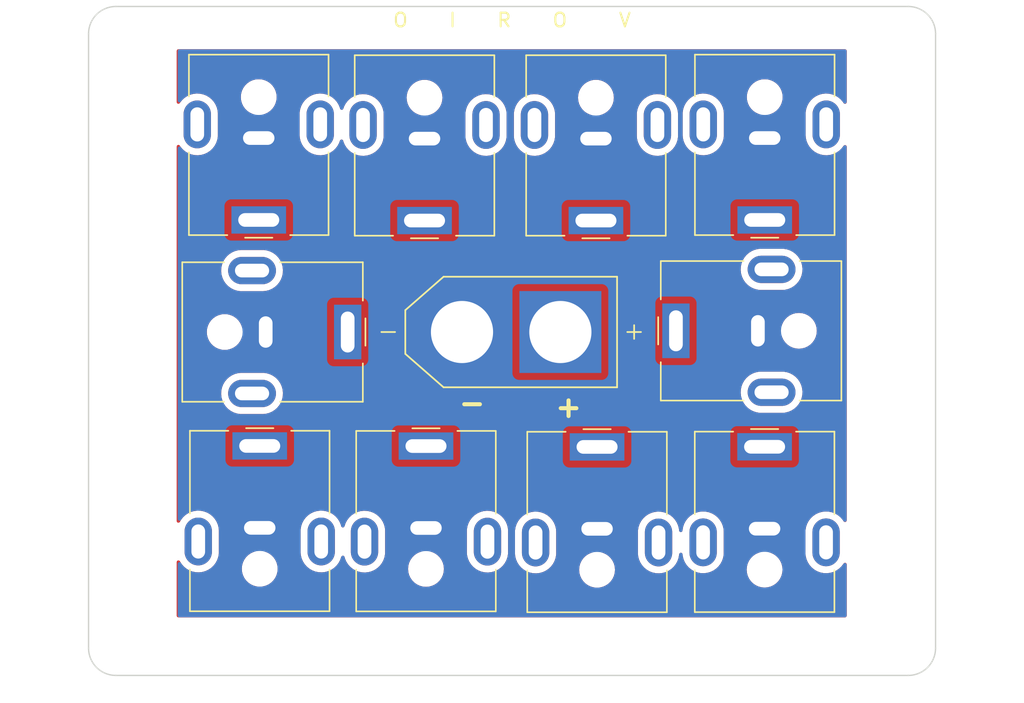
<source format=kicad_pcb>
(kicad_pcb (version 20211014) (generator pcbnew)
  (layers (0 "F.Cu" signal) (31 "B.Cu" signal) (34 "B.Paste" user) (35 "F.Paste" user) (36 "B.SilkS" user "B.Silkscreen") (37 "F.SilkS" user "F.Silkscreen") (38 "B.Mask" user) (39 "F.Mask" user) (44 "Edge.Cuts" user))
  (net 0 "")
  (net 1 "/-")
  (net 2 "/+")
  (footprint "Connector_BarrelJack:BarrelJack_CUI_PJ-063AH_Horizontal" (layer "F.Cu") (at 133.4572 75.637 180)
    (fp_text reference "J9" hide)
    (fp_text value "Barrel_Jack")
    (fp_line (start -5.11 4.95) (end -5.11 -1.11) (layer "F.SilkS") (width 0.12))
    (fp_line (start 5.11 12.11) (end -5.11 12.11) (layer "F.SilkS") (width 0.12))
    (fp_line (start -1 -1.3) (end 1 -1.3) (layer "F.SilkS") (width 0.12))
    (fp_line (start 5.11 9.05) (end 5.11 12.11) (layer "F.SilkS") (width 0.12))
    (fp_line (start -5.11 -1.11) (end -2.3 -1.11) (layer "F.SilkS") (width 0.12))
    (fp_line (start -5.11 12.11) (end -5.11 9.05) (layer "F.SilkS") (width 0.12))
    (fp_line (start 2.3 -1.11) (end 5.11 -1.11) (layer "F.SilkS") (width 0.12))
    (fp_line (start 5.11 -1.11) (end 5.11 4.95) (layer "F.SilkS") (width 0.12))
    (pad "" np_thru_hole circle (at 0 9 180) (size 1.6 1.6) (drill 1.6) (layers *.Cu *.Mask))
    (pad "1" thru_hole rect (at 0 0 180) (size 4 2) (drill oval 3 1) (layers *.Cu *.Mask) (net 2 "/+"))
    (pad "2" thru_hole oval (at 0 6 180) (size 3.3 2) (drill oval 2.3 1) (layers *.Cu *.Mask) (net 1 "/-"))
    (pad "MP" thru_hole oval (at 4.5 7 180) (size 2 3.5) (drill oval 1 2.5) (layers *.Cu *.Mask))
    (pad "MP" thru_hole oval (at -4.5 7 180) (size 2 3.5) (drill oval 1 2.5) (layers *.Cu *.Mask))
  )
  (footprint "Connector_BarrelJack:BarrelJack_CUI_PJ-063AH_Horizontal" (layer "F.Cu") (at 170.4958 75.637 180)
    (fp_text reference "J5" hide)
    (fp_text value "Barrel_Jack")
    (fp_line (start -5.11 4.95) (end -5.11 -1.11) (layer "F.SilkS") (width 0.12))
    (fp_line (start 5.11 12.11) (end -5.11 12.11) (layer "F.SilkS") (width 0.12))
    (fp_line (start -1 -1.3) (end 1 -1.3) (layer "F.SilkS") (width 0.12))
    (fp_line (start 2.3 -1.11) (end 5.11 -1.11) (layer "F.SilkS") (width 0.12))
    (fp_line (start 5.11 9.05) (end 5.11 12.11) (layer "F.SilkS") (width 0.12))
    (fp_line (start -5.11 12.11) (end -5.11 9.05) (layer "F.SilkS") (width 0.12))
    (fp_line (start -5.11 -1.11) (end -2.3 -1.11) (layer "F.SilkS") (width 0.12))
    (fp_line (start 5.11 -1.11) (end 5.11 4.95) (layer "F.SilkS") (width 0.12))
    (pad "" np_thru_hole circle (at 0 9 180) (size 1.6 1.6) (drill 1.6) (layers *.Cu *.Mask))
    (pad "1" thru_hole rect (at 0 0 180) (size 4 2) (drill oval 3 1) (layers *.Cu *.Mask) (net 2 "/+"))
    (pad "2" thru_hole oval (at 0 6 180) (size 3.3 2) (drill oval 2.3 1) (layers *.Cu *.Mask) (net 1 "/-"))
    (pad "MP" thru_hole oval (at 4.5 7 180) (size 2 3.5) (drill oval 1 2.5) (layers *.Cu *.Mask))
    (pad "MP" thru_hole oval (at -4.5 7 180) (size 2 3.5) (drill oval 1 2.5) (layers *.Cu *.Mask))
  )
  (footprint "Connector_BarrelJack:BarrelJack_CUI_PJ-063AH_Horizontal" (layer "F.Cu") (at 163.9958 83.7568 90)
    (fp_text reference "J5" hide)
    (fp_text value "Barrel_Jack")
    (fp_line (start 5.11 -1.11) (end 5.11 4.95) (layer "F.SilkS") (width 0.12))
    (fp_line (start 2.3 -1.11) (end 5.11 -1.11) (layer "F.SilkS") (width 0.12))
    (fp_line (start -5.11 4.95) (end -5.11 -1.11) (layer "F.SilkS") (width 0.12))
    (fp_line (start -5.11 -1.11) (end -2.3 -1.11) (layer "F.SilkS") (width 0.12))
    (fp_line (start 5.11 12.11) (end -5.11 12.11) (layer "F.SilkS") (width 0.12))
    (fp_line (start -1 -1.3) (end 1 -1.3) (layer "F.SilkS") (width 0.12))
    (fp_line (start -5.11 12.11) (end -5.11 9.05) (layer "F.SilkS") (width 0.12))
    (fp_line (start 5.11 9.05) (end 5.11 12.11) (layer "F.SilkS") (width 0.12))
    (pad "" np_thru_hole circle (at 0 9 90) (size 1.6 1.6) (drill 1.6) (layers *.Cu *.Mask))
    (pad "1" thru_hole rect (at 0 0 90) (size 4 2) (drill oval 3 1) (layers *.Cu *.Mask) (net 2 "/+"))
    (pad "2" thru_hole oval (at 0 6 90) (size 3.3 2) (drill oval 2.3 1) (layers *.Cu *.Mask) (net 1 "/-"))
    (pad "MP" thru_hole oval (at 4.5 7 90) (size 2 3.5) (drill oval 1 2.5) (layers *.Cu *.Mask))
    (pad "MP" thru_hole oval (at -4.5 7 90) (size 2 3.5) (drill oval 1 2.5) (layers *.Cu *.Mask))
  )
  (footprint "xt60:AMASS_XT60-M" (layer "F.Cu") (at 151.936 83.8454 180)
    (fp_text reference "J1" hide)
    (fp_text value "XT60-M")
    (fp_line (start 8.5 0) (end 9.5 0) (layer "F.SilkS") (width 0.127))
    (fp_line (start -9 -0.5) (end -9 0.5) (layer "F.SilkS") (width 0.127))
    (fp_line (start -7.75 -4.05) (end 4.95 -4.05) (layer "F.SilkS") (width 0.127))
    (fp_line (start -7.75 4.05) (end -7.75 -4.05) (layer "F.SilkS") (width 0.127))
    (fp_line (start 7.75 -1.6) (end 7.75 1.6) (layer "F.SilkS") (width 0.127))
    (fp_line (start 7.75 1.6) (end 4.95 4.05) (layer "F.SilkS") (width 0.127))
    (fp_line (start 4.95 4.05) (end -7.75 4.05) (layer "F.SilkS") (width 0.127))
    (fp_line (start -9.5 0) (end -8.5 0) (layer "F.SilkS") (width 0.127))
    (fp_line (start 4.95 -4.05) (end 7.75 -1.6) (layer "F.SilkS") (width 0.127))
    (pad "N" thru_hole circle (at 3.6 0 180) (size 6 6) (drill 4.55) (layers *.Cu *.Mask) (net 1 "/-"))
    (pad "P" thru_hole rect (at -3.6 0 180) (size 6 6) (drill 4.55) (layers *.Cu *.Mask) (net 2 "/+"))
  )
  (footprint "Connector_BarrelJack:BarrelJack_CUI_PJ-063AH_Horizontal" (layer "F.Cu") (at 145.7 92.2)
    (fp_text reference "J8" hide)
    (fp_text value "Barrel_Jack")
    (fp_line (start -5.11 12.11) (end -5.11 9.05) (layer "F.SilkS") (width 0.12))
    (fp_line (start 5.11 9.05) (end 5.11 12.11) (layer "F.SilkS") (width 0.12))
    (fp_line (start 2.3 -1.11) (end 5.11 -1.11) (layer "F.SilkS") (width 0.12))
    (fp_line (start -1 -1.3) (end 1 -1.3) (layer "F.SilkS") (width 0.12))
    (fp_line (start 5.11 12.11) (end -5.11 12.11) (layer "F.SilkS") (width 0.12))
    (fp_line (start -5.11 -1.11) (end -2.3 -1.11) (layer "F.SilkS") (width 0.12))
    (fp_line (start 5.11 -1.11) (end 5.11 4.95) (layer "F.SilkS") (width 0.12))
    (fp_line (start -5.11 4.95) (end -5.11 -1.11) (layer "F.SilkS") (width 0.12))
    (pad "" np_thru_hole circle (at 0 9) (size 1.6 1.6) (drill 1.6) (layers *.Cu *.Mask))
    (pad "1" thru_hole rect (at 0 0) (size 4 2) (drill oval 3 1) (layers *.Cu *.Mask) (net 2 "/+"))
    (pad "2" thru_hole oval (at 0 6) (size 3.3 2) (drill oval 2.3 1) (layers *.Cu *.Mask) (net 1 "/-"))
    (pad "MP" thru_hole oval (at -4.5 7) (size 2 3.5) (drill oval 1 2.5) (layers *.Cu *.Mask))
    (pad "MP" thru_hole oval (at 4.5 7) (size 2 3.5) (drill oval 1 2.5) (layers *.Cu *.Mask))
  )
  (footprint "Connector_BarrelJack:BarrelJack_CUI_PJ-063AH_Horizontal" (layer "F.Cu") (at 170.4848 92.2528)
    (fp_text reference "J6" hide)
    (fp_text value "Barrel_Jack")
    (fp_line (start -5.11 12.11) (end -5.11 9.05) (layer "F.SilkS") (width 0.12))
    (fp_line (start -5.11 4.95) (end -5.11 -1.11) (layer "F.SilkS") (width 0.12))
    (fp_line (start 5.11 9.05) (end 5.11 12.11) (layer "F.SilkS") (width 0.12))
    (fp_line (start 2.3 -1.11) (end 5.11 -1.11) (layer "F.SilkS") (width 0.12))
    (fp_line (start 5.11 -1.11) (end 5.11 4.95) (layer "F.SilkS") (width 0.12))
    (fp_line (start -1 -1.3) (end 1 -1.3) (layer "F.SilkS") (width 0.12))
    (fp_line (start -5.11 -1.11) (end -2.3 -1.11) (layer "F.SilkS") (width 0.12))
    (fp_line (start 5.11 12.11) (end -5.11 12.11) (layer "F.SilkS") (width 0.12))
    (pad "" np_thru_hole circle (at 0 9) (size 1.6 1.6) (drill 1.6) (layers *.Cu *.Mask))
    (pad "1" thru_hole rect (at 0 0) (size 4 2) (drill oval 3 1) (layers *.Cu *.Mask) (net 2 "/+"))
    (pad "2" thru_hole oval (at 0 6) (size 3.3 2) (drill oval 2.3 1) (layers *.Cu *.Mask) (net 1 "/-"))
    (pad "MP" thru_hole oval (at -4.5 7) (size 2 3.5) (drill oval 1 2.5) (layers *.Cu *.Mask))
    (pad "MP" thru_hole oval (at 4.5 7) (size 2 3.5) (drill oval 1 2.5) (layers *.Cu *.Mask))
  )
  (footprint "Connector_BarrelJack:BarrelJack_CUI_PJ-063AH_Horizontal" (layer "F.Cu") (at 145.5928 75.6802 180)
    (fp_text reference "J2" hide)
    (fp_text value "Barrel_Jack")
    (fp_line (start -5.11 4.95) (end -5.11 -1.11) (layer "F.SilkS") (width 0.12))
    (fp_line (start 5.11 -1.11) (end 5.11 4.95) (layer "F.SilkS") (width 0.12))
    (fp_line (start 5.11 12.11) (end -5.11 12.11) (layer "F.SilkS") (width 0.12))
    (fp_line (start 2.3 -1.11) (end 5.11 -1.11) (layer "F.SilkS") (width 0.12))
    (fp_line (start 5.11 9.05) (end 5.11 12.11) (layer "F.SilkS") (width 0.12))
    (fp_line (start -5.11 12.11) (end -5.11 9.05) (layer "F.SilkS") (width 0.12))
    (fp_line (start -1 -1.3) (end 1 -1.3) (layer "F.SilkS") (width 0.12))
    (fp_line (start -5.11 -1.11) (end -2.3 -1.11) (layer "F.SilkS") (width 0.12))
    (pad "" np_thru_hole circle (at 0 9 180) (size 1.6 1.6) (drill 1.6) (layers *.Cu *.Mask))
    (pad "1" thru_hole rect (at 0 0 180) (size 4 2) (drill oval 3 1) (layers *.Cu *.Mask) (net 2 "/+"))
    (pad "2" thru_hole oval (at 0 6 180) (size 3.3 2) (drill oval 2.3 1) (layers *.Cu *.Mask) (net 1 "/-"))
    (pad "MP" thru_hole oval (at 4.5 7 180) (size 2 3.5) (drill oval 1 2.5) (layers *.Cu *.Mask))
    (pad "MP" thru_hole oval (at -4.5 7 180) (size 2 3.5) (drill oval 1 2.5) (layers *.Cu *.Mask))
  )
  (footprint "Connector_BarrelJack:BarrelJack_CUI_PJ-063AH_Horizontal" (layer "F.Cu") (at 139.9676 83.8454 -90)
    (fp_text reference "J10" hide)
    (fp_text value "Barrel_Jack")
    (fp_line (start 2.3 -1.11) (end 5.11 -1.11) (layer "F.SilkS") (width 0.12))
    (fp_line (start -1 -1.3) (end 1 -1.3) (layer "F.SilkS") (width 0.12))
    (fp_line (start -5.11 -1.11) (end -2.3 -1.11) (layer "F.SilkS") (width 0.12))
    (fp_line (start 5.11 9.05) (end 5.11 12.11) (layer "F.SilkS") (width 0.12))
    (fp_line (start 5.11 -1.11) (end 5.11 4.95) (layer "F.SilkS") (width 0.12))
    (fp_line (start -5.11 12.11) (end -5.11 9.05) (layer "F.SilkS") (width 0.12))
    (fp_line (start -5.11 4.95) (end -5.11 -1.11) (layer "F.SilkS") (width 0.12))
    (fp_line (start 5.11 12.11) (end -5.11 12.11) (layer "F.SilkS") (width 0.12))
    (pad "" np_thru_hole circle (at 0 9 270) (size 1.6 1.6) (drill 1.6) (layers *.Cu *.Mask))
    (pad "1" thru_hole rect (at 0 0 270) (size 4 2) (drill oval 3 1) (layers *.Cu *.Mask) (net 2 "/+"))
    (pad "2" thru_hole oval (at 0 6 270) (size 3.3 2) (drill oval 2.3 1) (layers *.Cu *.Mask) (net 1 "/-"))
    (pad "MP" thru_hole oval (at -4.5 7 270) (size 2 3.5) (drill oval 1 2.5) (layers *.Cu *.Mask))
    (pad "MP" thru_hole oval (at 4.5 7 270) (size 2 3.5) (drill oval 1 2.5) (layers *.Cu *.Mask))
  )
  (footprint "Connector_BarrelJack:BarrelJack_CUI_PJ-063AH_Horizontal" (layer "F.Cu") (at 158.1404 75.6802 180)
    (fp_text reference "J7" hide)
    (fp_text value "Barrel_Jack")
    (fp_line (start -1 -1.3) (end 1 -1.3) (layer "F.SilkS") (width 0.12))
    (fp_line (start 5.11 -1.11) (end 5.11 4.95) (layer "F.SilkS") (width 0.12))
    (fp_line (start 5.11 9.05) (end 5.11 12.11) (layer "F.SilkS") (width 0.12))
    (fp_line (start 2.3 -1.11) (end 5.11 -1.11) (layer "F.SilkS") (width 0.12))
    (fp_line (start -5.11 4.95) (end -5.11 -1.11) (layer "F.SilkS") (width 0.12))
    (fp_line (start -5.11 -1.11) (end -2.3 -1.11) (layer "F.SilkS") (width 0.12))
    (fp_line (start 5.11 12.11) (end -5.11 12.11) (layer "F.SilkS") (width 0.12))
    (fp_line (start -5.11 12.11) (end -5.11 9.05) (layer "F.SilkS") (width 0.12))
    (pad "" np_thru_hole circle (at 0 9 180) (size 1.6 1.6) (drill 1.6) (layers *.Cu *.Mask))
    (pad "1" thru_hole rect (at 0 0 180) (size 4 2) (drill oval 3 1) (layers *.Cu *.Mask) (net 2 "/+"))
    (pad "2" thru_hole oval (at 0 6 180) (size 3.3 2) (drill oval 2.3 1) (layers *.Cu *.Mask) (net 1 "/-"))
    (pad "MP" thru_hole oval (at 4.5 7 180) (size 2 3.5) (drill oval 1 2.5) (layers *.Cu *.Mask))
    (pad "MP" thru_hole oval (at -4.5 7 180) (size 2 3.5) (drill oval 1 2.5) (layers *.Cu *.Mask))
  )
  (footprint "Connector_BarrelJack:BarrelJack_CUI_PJ-063AH_Horizontal" (layer "F.Cu") (at 158.2222 92.2626)
    (fp_text reference "J4" hide)
    (fp_text value "Barrel_Jack")
    (fp_line (start -5.11 12.11) (end -5.11 9.05) (layer "F.SilkS") (width 0.12))
    (fp_line (start -5.11 4.95) (end -5.11 -1.11) (layer "F.SilkS") (width 0.12))
    (fp_line (start -1 -1.3) (end 1 -1.3) (layer "F.SilkS") (width 0.12))
    (fp_line (start 5.11 12.11) (end -5.11 12.11) (layer "F.SilkS") (width 0.12))
    (fp_line (start 5.11 9.05) (end 5.11 12.11) (layer "F.SilkS") (width 0.12))
    (fp_line (start 5.11 -1.11) (end 5.11 4.95) (layer "F.SilkS") (width 0.12))
    (fp_line (start 2.3 -1.11) (end 5.11 -1.11) (layer "F.SilkS") (width 0.12))
    (fp_line (start -5.11 -1.11) (end -2.3 -1.11) (layer "F.SilkS") (width 0.12))
    (pad "" np_thru_hole circle (at 0 9) (size 1.6 1.6) (drill 1.6) (layers *.Cu *.Mask))
    (pad "1" thru_hole rect (at 0 0) (size 4 2) (drill oval 3 1) (layers *.Cu *.Mask) (net 2 "/+"))
    (pad "2" thru_hole oval (at 0 6) (size 3.3 2) (drill oval 2.3 1) (layers *.Cu *.Mask) (net 1 "/-"))
    (pad "MP" thru_hole oval (at 4.5 7) (size 2 3.5) (drill oval 1 2.5) (layers *.Cu *.Mask))
    (pad "MP" thru_hole oval (at -4.5 7) (size 2 3.5) (drill oval 1 2.5) (layers *.Cu *.Mask))
  )
  (footprint "MountingHole:MountingHole_3.2mm_M3" (layer "F.Cu") (at 124 106)
    (fp_text reference "REF**" hide)
    (fp_text value "MountingHole_3.2mm_M3")
    (pad "" np_thru_hole circle (at 0 0) (size 3.2 3.2) (drill 3.2) (layers *.Cu *.Mask))
  )
  (footprint "MountingHole:MountingHole_3.2mm_M3" (layer "F.Cu") (at 180 106)
    (fp_text reference "REF**" hide)
    (fp_text value "MountingHole_3.2mm_M3")
    (pad "" np_thru_hole circle (at 0 0) (size 3.2 3.2) (drill 3.2) (layers *.Cu *.Mask))
  )
  (footprint "Connector_BarrelJack:BarrelJack_CUI_PJ-063AH_Horizontal" (layer "F.Cu") (at 133.53 92.19)
    (fp_text reference "J3" hide)
    (fp_text value "Barrel_Jack")
    (fp_line (start -5.11 -1.11) (end -2.3 -1.11) (layer "F.SilkS") (width 0.12))
    (fp_line (start 5.11 12.11) (end -5.11 12.11) (layer "F.SilkS") (width 0.12))
    (fp_line (start 2.3 -1.11) (end 5.11 -1.11) (layer "F.SilkS") (width 0.12))
    (fp_line (start 5.11 -1.11) (end 5.11 4.95) (layer "F.SilkS") (width 0.12))
    (fp_line (start -5.11 4.95) (end -5.11 -1.11) (layer "F.SilkS") (width 0.12))
    (fp_line (start -5.11 12.11) (end -5.11 9.05) (layer "F.SilkS") (width 0.12))
    (fp_line (start 5.11 9.05) (end 5.11 12.11) (layer "F.SilkS") (width 0.12))
    (fp_line (start -1 -1.3) (end 1 -1.3) (layer "F.SilkS") (width 0.12))
    (pad "" np_thru_hole circle (at 0 9) (size 1.6 1.6) (drill 1.6) (layers *.Cu *.Mask))
    (pad "1" thru_hole rect (at 0 0) (size 4 2) (drill oval 3 1) (layers *.Cu *.Mask) (net 2 "/+"))
    (pad "2" thru_hole oval (at 0 6) (size 3.3 2) (drill oval 2.3 1) (layers *.Cu *.Mask) (net 1 "/-"))
    (pad "MP" thru_hole oval (at 4.5 7) (size 2 3.5) (drill oval 1 2.5) (layers *.Cu *.Mask))
    (pad "MP" thru_hole oval (at -4.5 7) (size 2 3.5) (drill oval 1 2.5) (layers *.Cu *.Mask))
  )
  (footprint "MountingHole:MountingHole_3.2mm_M3" (layer "F.Cu") (at 124 63)
    (fp_text reference "REF**" hide)
    (fp_text value "MountingHole_3.2mm_M3")
    (pad "" np_thru_hole circle (at 0 0) (size 3.2 3.2) (drill 3.2) (layers *.Cu *.Mask))
  )
  (footprint "MountingHole:MountingHole_3.2mm_M3" (layer "F.Cu") (at 180 63)
    (fp_text reference "REF**" hide)
    (fp_text value "MountingHole_3.2mm_M3")
    (pad "" np_thru_hole circle (at 0 0) (size 3.2 3.2) (drill 3.2) (layers *.Cu *.Mask))
  )
  (gr_line (start 183 62) (end 183 107) (layer "Edge.Cuts") (width 0.1))
  (gr_arc (start 181 60) (mid 182.414214 60.585786) (end 183 62) (layer "Edge.Cuts") (width 0.1))
  (gr_arc (start 121 62) (mid 121.585786 60.585786) (end 123 60) (layer "Edge.Cuts") (width 0.1))
  (gr_line (start 121 62) (end 121 107) (layer "Edge.Cuts") (width 0.1))
  (gr_arc (start 183 107) (mid 182.414214 108.414214) (end 181 109) (layer "Edge.Cuts") (width 0.1))
  (gr_line (start 123 109) (end 181 109) (layer "Edge.Cuts") (width 0.1))
  (gr_line (start 123 60) (end 181 60) (layer "Edge.Cuts") (width 0.1))
  (gr_arc (start 123 109) (mid 121.585786 108.414214) (end 121 107) (layer "Edge.Cuts") (width 0.1))
  (gr_text "O    I    R    O     V" (at 152 61) (layer "F.SilkS") (effects (font (size 1 1))))
  (gr_text "+" (at 156.1354 89.3194) (layer "F.SilkS") (effects (font (size 1.5 1.5) (thickness 0.3))))
  (gr_text "-" (at 149.0742 89.2432 180) (layer "F.SilkS") (effects (font (size 1.5 1.5) (thickness 0.3))))
  (zone (net 2) (net_name "/+") (layer "F.Cu") (connect_pads yes (clearance 0.508)) (min_thickness 0.254) (fill yes (thermal_gap 0.508) (thermal_bridge_width 0.508))
    (polygon (pts (xy 176.5 104.75) (xy 127.45 104.75) (xy 127.45 63.13) (xy 176.5 63.13)))
  )
  (zone (net 1) (net_name "/-") (layer "B.Cu") (connect_pads yes (clearance 0.508)) (min_thickness 0.254) (fill yes (thermal_gap 0.508) (thermal_bridge_width 0.508))
    (polygon (pts (xy 176.49 104.74) (xy 127.53 104.74) (xy 127.53 63.14) (xy 176.49 63.14)))
  )
)
</source>
